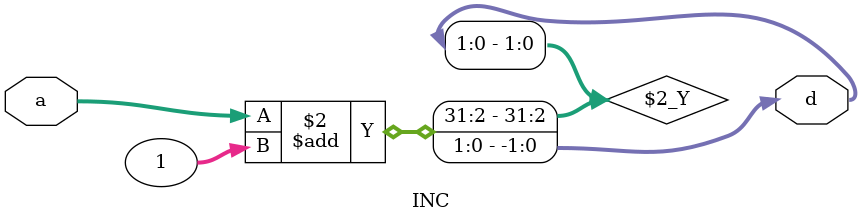
<source format=v>
`timescale 1ns / 1ps

module INC(a, d);
    parameter DATAWIDTH = 0;
    input [DATAWIDTH-1:0] a;
    output reg [DATAWIDTH-1:0] d;
    
    always @ (a) begin
       d <= a + 1;
    end
endmodule

</source>
